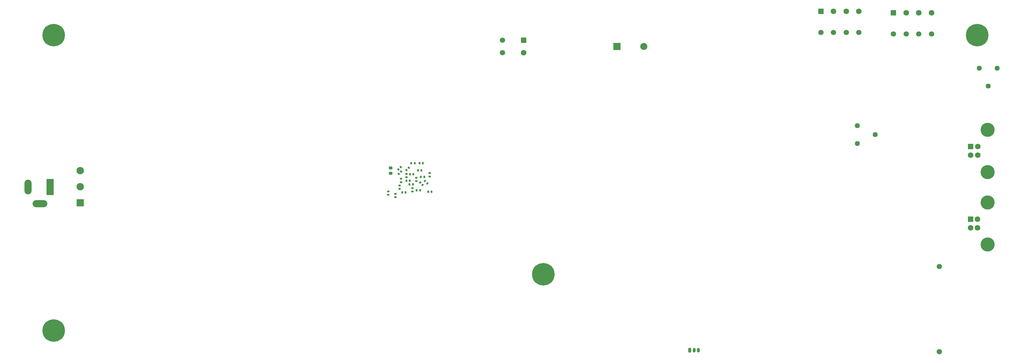
<source format=gbr>
%TF.GenerationSoftware,KiCad,Pcbnew,7.0.2*%
%TF.CreationDate,2023-10-13T18:39:38+02:00*%
%TF.ProjectId,3D Scanner with IR sensor Central Unit,33442053-6361-46e6-9e65-722077697468,1.0*%
%TF.SameCoordinates,Original*%
%TF.FileFunction,Soldermask,Bot*%
%TF.FilePolarity,Negative*%
%FSLAX46Y46*%
G04 Gerber Fmt 4.6, Leading zero omitted, Abs format (unit mm)*
G04 Created by KiCad (PCBNEW 7.0.2) date 2023-10-13 18:39:38*
%MOMM*%
%LPD*%
G01*
G04 APERTURE LIST*
G04 Aperture macros list*
%AMRoundRect*
0 Rectangle with rounded corners*
0 $1 Rounding radius*
0 $2 $3 $4 $5 $6 $7 $8 $9 X,Y pos of 4 corners*
0 Add a 4 corners polygon primitive as box body*
4,1,4,$2,$3,$4,$5,$6,$7,$8,$9,$2,$3,0*
0 Add four circle primitives for the rounded corners*
1,1,$1+$1,$2,$3*
1,1,$1+$1,$4,$5*
1,1,$1+$1,$6,$7*
1,1,$1+$1,$8,$9*
0 Add four rect primitives between the rounded corners*
20,1,$1+$1,$2,$3,$4,$5,0*
20,1,$1+$1,$4,$5,$6,$7,0*
20,1,$1+$1,$6,$7,$8,$9,0*
20,1,$1+$1,$8,$9,$2,$3,0*%
G04 Aperture macros list end*
%ADD10C,1.440000*%
%ADD11C,1.500000*%
%ADD12RoundRect,0.250000X-0.550000X0.550000X-0.550000X-0.550000X0.550000X-0.550000X0.550000X0.550000X0*%
%ADD13C,1.600000*%
%ADD14C,0.800000*%
%ADD15C,6.400000*%
%ADD16R,2.000000X2.000000*%
%ADD17C,2.000000*%
%ADD18RoundRect,0.250000X-0.550000X-0.550000X0.550000X-0.550000X0.550000X0.550000X-0.550000X0.550000X0*%
%ADD19RoundRect,0.250001X0.799999X-0.799999X0.799999X0.799999X-0.799999X0.799999X-0.799999X-0.799999X0*%
%ADD20C,2.100000*%
%ADD21R,2.000000X4.600000*%
%ADD22O,2.000000X4.200000*%
%ADD23O,4.200000X2.000000*%
%ADD24R,1.600000X1.600000*%
%ADD25C,4.000000*%
%ADD26RoundRect,0.200000X-0.200000X-0.450000X0.200000X-0.450000X0.200000X0.450000X-0.200000X0.450000X0*%
%ADD27O,0.800000X1.300000*%
%ADD28RoundRect,0.225000X0.250000X-0.225000X0.250000X0.225000X-0.250000X0.225000X-0.250000X-0.225000X0*%
%ADD29RoundRect,0.140000X-0.170000X0.140000X-0.170000X-0.140000X0.170000X-0.140000X0.170000X0.140000X0*%
%ADD30RoundRect,0.140000X0.140000X0.170000X-0.140000X0.170000X-0.140000X-0.170000X0.140000X-0.170000X0*%
%ADD31RoundRect,0.140000X0.170000X-0.140000X0.170000X0.140000X-0.170000X0.140000X-0.170000X-0.140000X0*%
%ADD32RoundRect,0.140000X-0.140000X-0.170000X0.140000X-0.170000X0.140000X0.170000X-0.140000X0.170000X0*%
%ADD33RoundRect,0.140000X0.219203X0.021213X0.021213X0.219203X-0.219203X-0.021213X-0.021213X-0.219203X0*%
%ADD34RoundRect,0.140000X-0.021213X0.219203X-0.219203X0.021213X0.021213X-0.219203X0.219203X-0.021213X0*%
%ADD35RoundRect,0.140000X0.021213X-0.219203X0.219203X-0.021213X-0.021213X0.219203X-0.219203X0.021213X0*%
%ADD36RoundRect,0.140000X-0.219203X-0.021213X-0.021213X-0.219203X0.219203X0.021213X0.021213X0.219203X0*%
G04 APERTURE END LIST*
D10*
%TO.C,RV2*%
X308120000Y-222840000D03*
X313200000Y-220300000D03*
X308120000Y-217760000D03*
%TD*%
D11*
%TO.C,J6*%
X207375000Y-193400000D03*
X207375000Y-197000000D03*
D12*
X213375000Y-193400000D03*
D13*
X213375000Y-197000000D03*
%TD*%
D11*
%TO.C,J10*%
X331400000Y-282000000D03*
X331400000Y-257800000D03*
%TD*%
D14*
%TO.C,H3*%
X339800000Y-192000000D03*
X340502944Y-190302944D03*
X340502944Y-193697056D03*
X342200000Y-189600000D03*
D15*
X342200000Y-192000000D03*
D14*
X342200000Y-194400000D03*
X343897056Y-190302944D03*
X343897056Y-193697056D03*
X344600000Y-192000000D03*
%TD*%
D16*
%TO.C,BZ1*%
X239900000Y-195200000D03*
D17*
X247500000Y-195200000D03*
%TD*%
D11*
%TO.C,J8*%
X297800000Y-191225000D03*
X301400000Y-191225000D03*
X305000000Y-191225000D03*
X308600000Y-191225000D03*
D18*
X297800000Y-185225000D03*
D13*
X301400000Y-185225000D03*
X305000000Y-185225000D03*
X308600000Y-185225000D03*
%TD*%
D11*
%TO.C,J9*%
X318400000Y-191625000D03*
X322000000Y-191625000D03*
X325600000Y-191625000D03*
X329200000Y-191625000D03*
D18*
X318400000Y-185625000D03*
D13*
X322000000Y-185625000D03*
X325600000Y-185625000D03*
X329200000Y-185625000D03*
%TD*%
D19*
%TO.C,J23*%
X87500000Y-239700000D03*
D20*
X87500000Y-235100000D03*
X87500000Y-230500000D03*
%TD*%
D21*
%TO.C,J1*%
X78950000Y-235150000D03*
D22*
X72650000Y-235150000D03*
D23*
X76050000Y-239950000D03*
%TD*%
D24*
%TO.C,J2*%
X340312500Y-223650000D03*
D13*
X340312500Y-226150000D03*
X342312500Y-226150000D03*
X342312500Y-223650000D03*
D25*
X345172500Y-218900000D03*
X345172500Y-230900000D03*
%TD*%
D14*
%TO.C,H1*%
X77600000Y-192000000D03*
X78302944Y-190302944D03*
X78302944Y-193697056D03*
X80000000Y-189600000D03*
D15*
X80000000Y-192000000D03*
D14*
X80000000Y-194400000D03*
X81697056Y-190302944D03*
X81697056Y-193697056D03*
X82400000Y-192000000D03*
%TD*%
%TO.C,H2*%
X77600000Y-276000000D03*
X78302944Y-274302944D03*
X78302944Y-277697056D03*
X80000000Y-273600000D03*
D15*
X80000000Y-276000000D03*
D14*
X80000000Y-278400000D03*
X81697056Y-274302944D03*
X81697056Y-277697056D03*
X82400000Y-276000000D03*
%TD*%
D10*
%TO.C,RV1*%
X342750000Y-201430000D03*
X345290000Y-206510000D03*
X347830000Y-201430000D03*
%TD*%
D26*
%TO.C,J4*%
X260550000Y-281600000D03*
D27*
X261800000Y-281600000D03*
X263050000Y-281600000D03*
%TD*%
D14*
%TO.C,H4*%
X216600000Y-260000000D03*
X217302944Y-258302944D03*
X217302944Y-261697056D03*
X219000000Y-257600000D03*
D15*
X219000000Y-260000000D03*
D14*
X219000000Y-262400000D03*
X220697056Y-258302944D03*
X220697056Y-261697056D03*
X221400000Y-260000000D03*
%TD*%
D24*
%TO.C,J3*%
X340300000Y-244300000D03*
D13*
X340300000Y-246800000D03*
X342300000Y-246800000D03*
X342300000Y-244300000D03*
D25*
X345160000Y-239550000D03*
X345160000Y-251550000D03*
%TD*%
D28*
%TO.C,C73*%
X175600000Y-231275000D03*
X175600000Y-229725000D03*
%TD*%
D29*
%TO.C,C104*%
X175000000Y-236420000D03*
X175000000Y-237380000D03*
%TD*%
D30*
%TO.C,C76*%
X182080000Y-231500000D03*
X181120000Y-231500000D03*
%TD*%
D31*
%TO.C,C79*%
X178600000Y-233780000D03*
X178600000Y-232820000D03*
%TD*%
D32*
%TO.C,C77*%
X178920000Y-236700000D03*
X179880000Y-236700000D03*
%TD*%
%TO.C,C92*%
X186320000Y-236500000D03*
X187280000Y-236500000D03*
%TD*%
D29*
%TO.C,C78*%
X181800000Y-235500000D03*
X181800000Y-236460000D03*
%TD*%
D32*
%TO.C,C81*%
X181000000Y-234400000D03*
X181960000Y-234400000D03*
%TD*%
D31*
%TO.C,C83*%
X178200000Y-235680000D03*
X178200000Y-234720000D03*
%TD*%
D29*
%TO.C,C85*%
X177000000Y-237120000D03*
X177000000Y-238080000D03*
%TD*%
D30*
%TO.C,C87*%
X181080000Y-233400000D03*
X180120000Y-233400000D03*
%TD*%
D33*
%TO.C,C118*%
X186039411Y-234139411D03*
X185360589Y-233460589D03*
%TD*%
D34*
%TO.C,C91*%
X178500000Y-229500000D03*
X177821178Y-230178822D03*
%TD*%
D30*
%TO.C,C89*%
X183980000Y-236100000D03*
X183020000Y-236100000D03*
%TD*%
D32*
%TO.C,C82*%
X181500000Y-228400000D03*
X182460000Y-228400000D03*
%TD*%
D30*
%TO.C,C90*%
X184800000Y-228400000D03*
X183840000Y-228400000D03*
%TD*%
D29*
%TO.C,C88*%
X182900000Y-232520000D03*
X182900000Y-233480000D03*
%TD*%
D35*
%TO.C,C84*%
X180160589Y-230339411D03*
X180839411Y-229660589D03*
%TD*%
D36*
%TO.C,C86*%
X184060589Y-233860589D03*
X184739411Y-234539411D03*
%TD*%
D32*
%TO.C,C119*%
X183420000Y-230400000D03*
X184380000Y-230400000D03*
%TD*%
D34*
%TO.C,C74*%
X178639411Y-230760589D03*
X177960589Y-231439411D03*
%TD*%
D29*
%TO.C,C72*%
X180100000Y-231420000D03*
X180100000Y-232380000D03*
%TD*%
D30*
%TO.C,C80*%
X185180000Y-232300000D03*
X184220000Y-232300000D03*
%TD*%
D29*
%TO.C,C93*%
X186700000Y-231220000D03*
X186700000Y-232180000D03*
%TD*%
M02*

</source>
